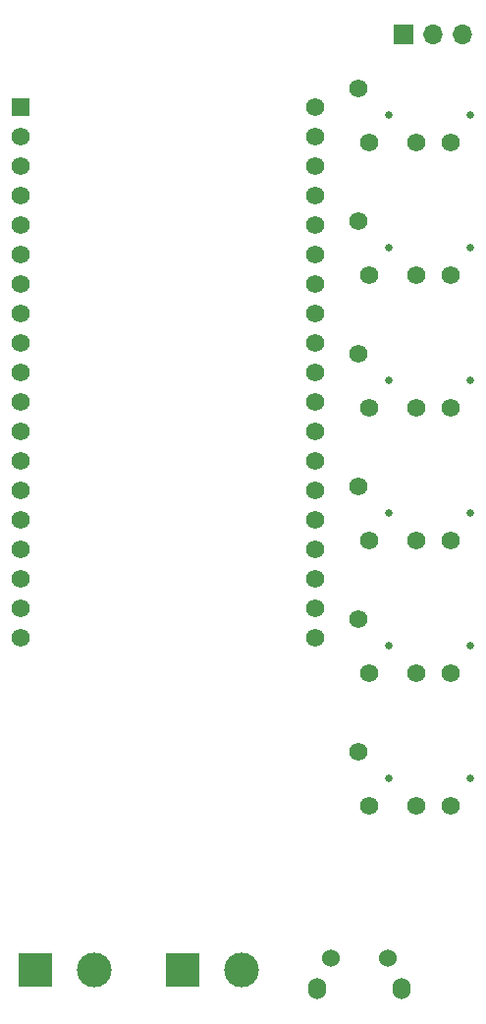
<source format=gbr>
%TF.GenerationSoftware,KiCad,Pcbnew,(5.1.10)-1*%
%TF.CreationDate,2021-10-16T09:54:26+02:00*%
%TF.ProjectId,Teleinfo,54656c65-696e-4666-9f2e-6b696361645f,rev?*%
%TF.SameCoordinates,Original*%
%TF.FileFunction,Soldermask,Bot*%
%TF.FilePolarity,Negative*%
%FSLAX46Y46*%
G04 Gerber Fmt 4.6, Leading zero omitted, Abs format (unit mm)*
G04 Created by KiCad (PCBNEW (5.1.10)-1) date 2021-10-16 09:54:26*
%MOMM*%
%LPD*%
G01*
G04 APERTURE LIST*
%ADD10C,1.560000*%
%ADD11R,1.560000X1.560000*%
%ADD12C,0.650000*%
%ADD13C,1.524000*%
%ADD14O,1.524000X1.862000*%
%ADD15O,1.700000X1.700000*%
%ADD16R,1.700000X1.700000*%
%ADD17C,3.000000*%
%ADD18R,3.000000X3.000000*%
G04 APERTURE END LIST*
D10*
%TO.C,U103*%
X82550000Y-107240000D03*
X82550000Y-104700000D03*
X82550000Y-102160000D03*
X82550000Y-99620000D03*
X82550000Y-97080000D03*
X82550000Y-94540000D03*
X82550000Y-92000000D03*
X82550000Y-89460000D03*
X82550000Y-86920000D03*
X82550000Y-84380000D03*
X82550000Y-81840000D03*
X82550000Y-79300000D03*
X82550000Y-76760000D03*
X82550000Y-74220000D03*
X82550000Y-71680000D03*
X82550000Y-69140000D03*
X82550000Y-66600000D03*
X82550000Y-64060000D03*
X82550000Y-61520000D03*
X57150000Y-104700000D03*
X57150000Y-102160000D03*
X57150000Y-99620000D03*
X57150000Y-97080000D03*
X57150000Y-94540000D03*
X57150000Y-92000000D03*
X57150000Y-89460000D03*
X57150000Y-86920000D03*
X57150000Y-84380000D03*
X57150000Y-81840000D03*
X57150000Y-79300000D03*
X57150000Y-76760000D03*
X57150000Y-74220000D03*
X57150000Y-71680000D03*
X57150000Y-69140000D03*
X57150000Y-66600000D03*
X57150000Y-107240000D03*
X57150000Y-64060000D03*
D11*
X57150000Y-61520000D03*
%TD*%
D10*
%TO.C,J301*%
X94240000Y-64530000D03*
X91240000Y-64530000D03*
X87240000Y-64530000D03*
X86240000Y-59930000D03*
D12*
X95940000Y-62230000D03*
X88940000Y-62230000D03*
%TD*%
D10*
%TO.C,J306*%
X94240000Y-121680000D03*
X91240000Y-121680000D03*
X87240000Y-121680000D03*
X86240000Y-117080000D03*
D12*
X95940000Y-119380000D03*
X88940000Y-119380000D03*
%TD*%
D10*
%TO.C,J305*%
X94240000Y-110250000D03*
X91240000Y-110250000D03*
X87240000Y-110250000D03*
X86240000Y-105650000D03*
D12*
X95940000Y-107950000D03*
X88940000Y-107950000D03*
%TD*%
D10*
%TO.C,J304*%
X94240000Y-98820000D03*
X91240000Y-98820000D03*
X87240000Y-98820000D03*
X86240000Y-94220000D03*
D12*
X95940000Y-96520000D03*
X88940000Y-96520000D03*
%TD*%
D10*
%TO.C,J303*%
X94240000Y-87390000D03*
X91240000Y-87390000D03*
X87240000Y-87390000D03*
X86240000Y-82790000D03*
D12*
X95940000Y-85090000D03*
X88940000Y-85090000D03*
%TD*%
D10*
%TO.C,J302*%
X94240000Y-75960000D03*
X91240000Y-75960000D03*
X87240000Y-75960000D03*
X86240000Y-71360000D03*
D12*
X95940000Y-73660000D03*
X88940000Y-73660000D03*
%TD*%
D13*
%TO.C,J101*%
X88785000Y-134823000D03*
X83935000Y-134823000D03*
D14*
X89985000Y-137473000D03*
X82735000Y-137473000D03*
%TD*%
D15*
%TO.C,J102*%
X95250000Y-55245000D03*
X92710000Y-55245000D03*
D16*
X90170000Y-55245000D03*
%TD*%
D17*
%TO.C,J202*%
X76200000Y-135890000D03*
D18*
X71120000Y-135890000D03*
%TD*%
D17*
%TO.C,J201*%
X63500000Y-135890000D03*
D18*
X58420000Y-135890000D03*
%TD*%
M02*

</source>
